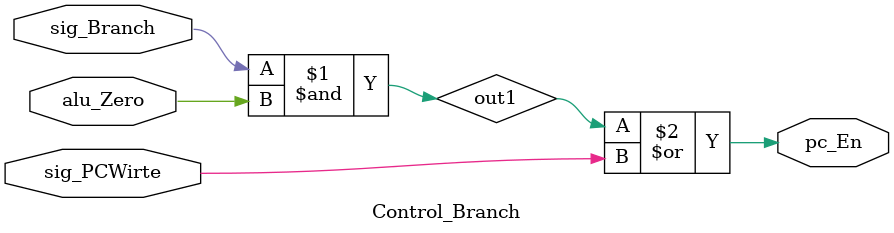
<source format=v>
module Control_Branch( 
    sig_Branch,
    alu_Zero,
    sig_PCWirte,
    pc_En
    );

    input sig_Branch;
    input alu_Zero;
    input sig_PCWirte;
    output pc_En;

    wire out1,out2;
    assign out1 = sig_Branch & alu_Zero;
    assign pc_En = out1 | sig_PCWirte;

endmodule 
    

</source>
